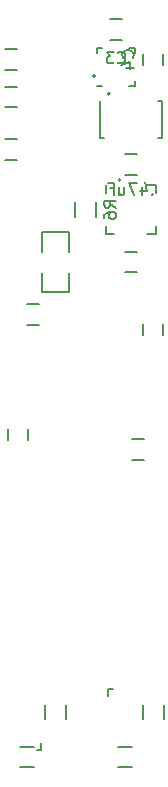
<source format=gbo>
%FSLAX46Y46*%
G04 Gerber Fmt 4.6, Leading zero omitted, Abs format (unit mm)*
G04 Created by KiCad (PCBNEW (20140926 BZR5148)-product) date Fri 30 Jan 2015 01:27:10 AM CST*
%MOMM*%
G01*
G04 APERTURE LIST*
%ADD10C,0.100000*%
%ADD11C,0.150000*%
G04 APERTURE END LIST*
D10*
D11*
X145550000Y-59475000D02*
X146550000Y-59475000D01*
X146550000Y-61175000D02*
X145550000Y-61175000D01*
X145550000Y-62650000D02*
X146550000Y-62650000D01*
X146550000Y-64350000D02*
X145550000Y-64350000D01*
X154440000Y-56935000D02*
X155440000Y-56935000D01*
X155440000Y-58635000D02*
X154440000Y-58635000D01*
X158965000Y-59825000D02*
X158965000Y-60825000D01*
X157265000Y-60825000D02*
X157265000Y-59825000D01*
X147535000Y-91575000D02*
X147535000Y-92575000D01*
X145835000Y-92575000D02*
X145835000Y-91575000D01*
X146550000Y-68795000D02*
X145550000Y-68795000D01*
X145550000Y-67095000D02*
X146550000Y-67095000D01*
X156345000Y-92495000D02*
X157345000Y-92495000D01*
X157345000Y-94195000D02*
X156345000Y-94195000D01*
X157265000Y-83685000D02*
X157265000Y-82685000D01*
X158965000Y-82685000D02*
X158965000Y-83685000D01*
X148455000Y-82765000D02*
X147455000Y-82765000D01*
X147455000Y-81065000D02*
X148455000Y-81065000D01*
X156710000Y-78320000D02*
X155710000Y-78320000D01*
X155710000Y-76620000D02*
X156710000Y-76620000D01*
X156710000Y-70065000D02*
X155710000Y-70065000D01*
X155710000Y-68365000D02*
X156710000Y-68365000D01*
X148717000Y-74930000D02*
X151003000Y-74930000D01*
X151003000Y-74930000D02*
X151003000Y-76581000D01*
X148717000Y-78359000D02*
X148717000Y-80010000D01*
X148717000Y-80010000D02*
X151003000Y-80010000D01*
X151003000Y-80010000D02*
X151003000Y-78359000D01*
X148717000Y-76581000D02*
X148717000Y-74930000D01*
X148640800Y-118183660D02*
X148640800Y-118752620D01*
X148640800Y-118752620D02*
X148229320Y-118752620D01*
X154254200Y-114226340D02*
X154254200Y-113657380D01*
X154254200Y-113657380D02*
X154665680Y-113657380D01*
X153275000Y-73625000D02*
X153275000Y-72425000D01*
X151525000Y-72425000D02*
X151525000Y-73625000D01*
X148985000Y-114970000D02*
X148985000Y-116170000D01*
X150735000Y-116170000D02*
X150735000Y-114970000D01*
X148047000Y-118505000D02*
X146847000Y-118505000D01*
X146847000Y-120255000D02*
X148047000Y-120255000D01*
X156302000Y-118505000D02*
X155102000Y-118505000D01*
X155102000Y-120255000D02*
X156302000Y-120255000D01*
X157240000Y-114970000D02*
X157240000Y-116170000D01*
X158990000Y-116170000D02*
X158990000Y-114970000D01*
X154435000Y-63205000D02*
G75*
G03X154435000Y-63205000I-100000J0D01*
G74*
G01*
X153910000Y-67005000D02*
X153610000Y-67005000D01*
X153610000Y-67005000D02*
X153610000Y-63805000D01*
X158510000Y-67005000D02*
X158810000Y-67005000D01*
X158810000Y-67005000D02*
X158810000Y-63805000D01*
X158810000Y-63805000D02*
X158510000Y-63805000D01*
X153190000Y-61710000D02*
G75*
G03X153190000Y-61710000I-100000J0D01*
G74*
G01*
X153790000Y-62560000D02*
X153340000Y-62560000D01*
X153790000Y-59360000D02*
X153340000Y-59360000D01*
X153340000Y-59360000D02*
X153340000Y-59810000D01*
X156540000Y-59810000D02*
X156540000Y-59360000D01*
X156540000Y-59360000D02*
X156090000Y-59360000D01*
X156090000Y-62560000D02*
X156540000Y-62560000D01*
X156540000Y-62560000D02*
X156540000Y-62110000D01*
X155335000Y-70525000D02*
G75*
G03X155335000Y-70525000I-100000J0D01*
G74*
G01*
X154110000Y-71625000D02*
X154110000Y-70925000D01*
X158310000Y-71625000D02*
X158310000Y-70925000D01*
X158310000Y-70925000D02*
X157610000Y-70925000D01*
X157610000Y-75125000D02*
X158310000Y-75125000D01*
X158310000Y-75125000D02*
X158310000Y-74425000D01*
X154110000Y-74425000D02*
X154110000Y-75125000D01*
X154110000Y-75125000D02*
X154810000Y-75125000D01*
X155106666Y-60555143D02*
X155154285Y-60602762D01*
X155297142Y-60650381D01*
X155392380Y-60650381D01*
X155535238Y-60602762D01*
X155630476Y-60507524D01*
X155678095Y-60412286D01*
X155725714Y-60221810D01*
X155725714Y-60078952D01*
X155678095Y-59888476D01*
X155630476Y-59793238D01*
X155535238Y-59698000D01*
X155392380Y-59650381D01*
X155297142Y-59650381D01*
X155154285Y-59698000D01*
X155106666Y-59745619D01*
X154773333Y-59650381D02*
X154154285Y-59650381D01*
X154487619Y-60031333D01*
X154344761Y-60031333D01*
X154249523Y-60078952D01*
X154201904Y-60126571D01*
X154154285Y-60221810D01*
X154154285Y-60459905D01*
X154201904Y-60555143D01*
X154249523Y-60602762D01*
X154344761Y-60650381D01*
X154630476Y-60650381D01*
X154725714Y-60602762D01*
X154773333Y-60555143D01*
X156372143Y-60158334D02*
X156419762Y-60110715D01*
X156467381Y-59967858D01*
X156467381Y-59872620D01*
X156419762Y-59729762D01*
X156324524Y-59634524D01*
X156229286Y-59586905D01*
X156038810Y-59539286D01*
X155895952Y-59539286D01*
X155705476Y-59586905D01*
X155610238Y-59634524D01*
X155515000Y-59729762D01*
X155467381Y-59872620D01*
X155467381Y-59967858D01*
X155515000Y-60110715D01*
X155562619Y-60158334D01*
X155800714Y-61015477D02*
X156467381Y-61015477D01*
X155419762Y-60777381D02*
X156134048Y-60539286D01*
X156134048Y-61158334D01*
X158043333Y-71672143D02*
X157995714Y-71719762D01*
X158043333Y-71767381D01*
X158090952Y-71719762D01*
X158043333Y-71672143D01*
X158043333Y-71767381D01*
X157138571Y-71100714D02*
X157138571Y-71767381D01*
X157376667Y-70719762D02*
X157614762Y-71434048D01*
X156995714Y-71434048D01*
X156710000Y-70767381D02*
X156043333Y-70767381D01*
X156471905Y-71767381D01*
X155233809Y-71100714D02*
X155233809Y-71767381D01*
X155662381Y-71100714D02*
X155662381Y-71624524D01*
X155614762Y-71719762D01*
X155519524Y-71767381D01*
X155376666Y-71767381D01*
X155281428Y-71719762D01*
X155233809Y-71672143D01*
X154424285Y-71243571D02*
X154757619Y-71243571D01*
X154757619Y-71767381D02*
X154757619Y-70767381D01*
X154281428Y-70767381D01*
X154952381Y-72858334D02*
X154476190Y-72525000D01*
X154952381Y-72286905D02*
X153952381Y-72286905D01*
X153952381Y-72667858D01*
X154000000Y-72763096D01*
X154047619Y-72810715D01*
X154142857Y-72858334D01*
X154285714Y-72858334D01*
X154380952Y-72810715D01*
X154428571Y-72763096D01*
X154476190Y-72667858D01*
X154476190Y-72286905D01*
X153952381Y-73715477D02*
X153952381Y-73525000D01*
X154000000Y-73429762D01*
X154047619Y-73382143D01*
X154190476Y-73286905D01*
X154380952Y-73239286D01*
X154761905Y-73239286D01*
X154857143Y-73286905D01*
X154904762Y-73334524D01*
X154952381Y-73429762D01*
X154952381Y-73620239D01*
X154904762Y-73715477D01*
X154857143Y-73763096D01*
X154761905Y-73810715D01*
X154523810Y-73810715D01*
X154428571Y-73763096D01*
X154380952Y-73715477D01*
X154333333Y-73620239D01*
X154333333Y-73429762D01*
X154380952Y-73334524D01*
X154428571Y-73286905D01*
X154523810Y-73239286D01*
M02*

</source>
